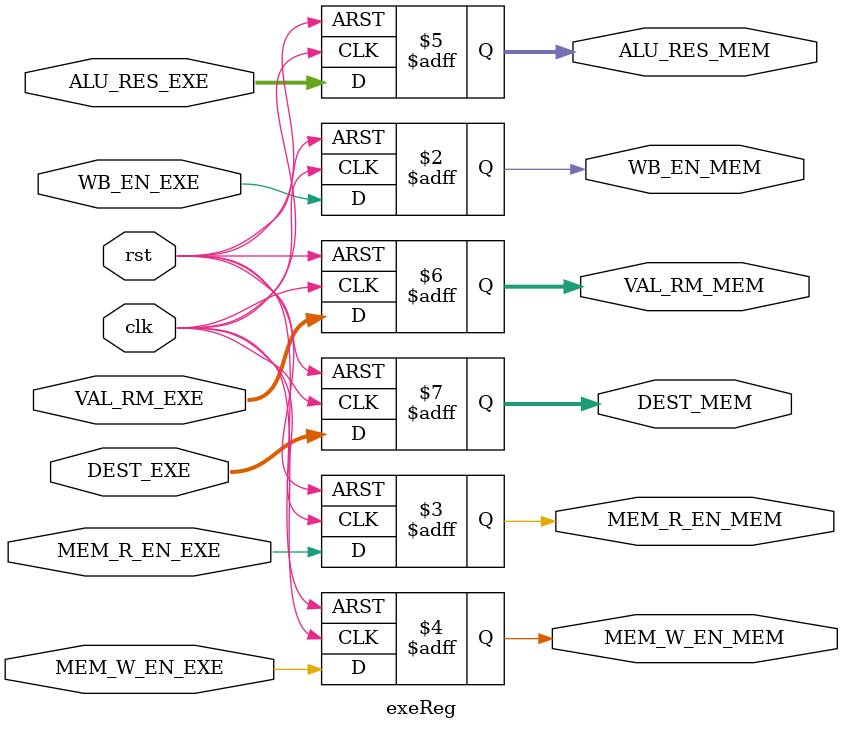
<source format=sv>
`timescale 1ns/1ns

module exeReg (
    input clk, rst,

    input WB_EN_EXE, MEM_R_EN_EXE, MEM_W_EN_EXE,
    input [31:0] ALU_RES_EXE, VAL_RM_EXE,
    input [3:0] DEST_EXE,

    output reg WB_EN_MEM, MEM_R_EN_MEM, MEM_W_EN_MEM,
    output reg [31:0] ALU_RES_MEM, VAL_RM_MEM,
    output reg [3:0] DEST_MEM
);

    always @(posedge clk, posedge rst) begin
        if(rst)begin
            WB_EN_MEM <= 0;
            MEM_R_EN_MEM <= 0;
            MEM_W_EN_MEM <= 0;
            ALU_RES_MEM <= 0;
            VAL_RM_MEM <= 0;
            DEST_MEM <= 0;
        end
        else begin
            WB_EN_MEM <= WB_EN_EXE;
            MEM_R_EN_MEM <= MEM_R_EN_EXE;
            MEM_W_EN_MEM <= MEM_W_EN_EXE;
            ALU_RES_MEM <= ALU_RES_EXE;
            VAL_RM_MEM <= VAL_RM_EXE;
            DEST_MEM <= DEST_EXE;
        end
    end
    
endmodule
</source>
